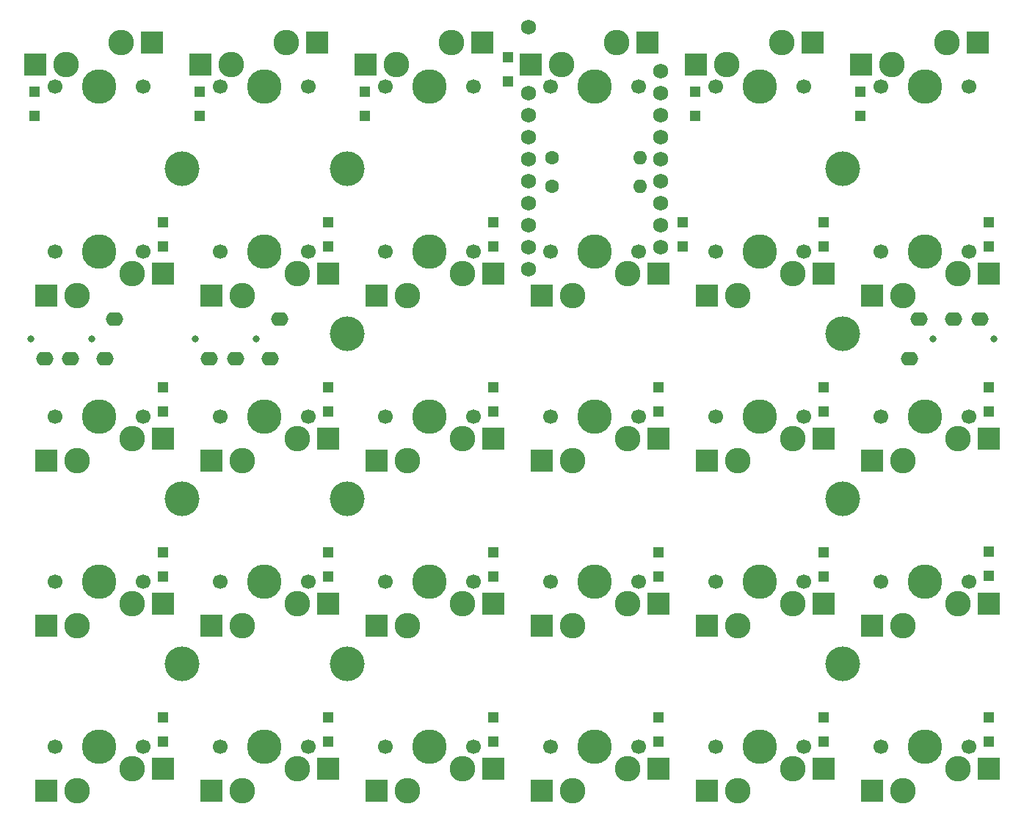
<source format=gbs>
%TF.GenerationSoftware,KiCad,Pcbnew,(5.1.10)-1*%
%TF.CreationDate,2022-04-05T14:22:13-05:00*%
%TF.ProjectId,graham cracker,67726168-616d-4206-9372-61636b65722e,rev?*%
%TF.SameCoordinates,Original*%
%TF.FileFunction,Soldermask,Bot*%
%TF.FilePolarity,Negative*%
%FSLAX46Y46*%
G04 Gerber Fmt 4.6, Leading zero omitted, Abs format (unit mm)*
G04 Created by KiCad (PCBNEW (5.1.10)-1) date 2022-04-05 14:22:13*
%MOMM*%
%LPD*%
G01*
G04 APERTURE LIST*
%ADD10R,1.200000X1.200000*%
%ADD11R,2.550000X2.500000*%
%ADD12C,3.980180*%
%ADD13C,2.950000*%
%ADD14C,1.700000*%
%ADD15O,2.000000X1.600000*%
%ADD16C,0.800000*%
%ADD17C,4.000000*%
%ADD18C,1.752600*%
%ADD19O,1.600000X1.600000*%
%ADD20C,1.600000*%
G04 APERTURE END LIST*
D10*
X145350000Y-55450000D03*
X145350000Y-52650000D03*
X164400000Y-55450000D03*
X164400000Y-52650000D03*
X179250000Y-124850000D03*
X179250000Y-127650000D03*
X160200000Y-124850000D03*
X160200000Y-127650000D03*
X141150000Y-124850000D03*
X141150000Y-127650000D03*
X122100000Y-124850000D03*
X122100000Y-127650000D03*
X103050000Y-124850000D03*
X103050000Y-127650000D03*
X84000000Y-124850000D03*
X84000000Y-127650000D03*
X179275000Y-105725000D03*
X179275000Y-108525000D03*
X160200000Y-105800000D03*
X160200000Y-108600000D03*
X141150000Y-105800000D03*
X141150000Y-108600000D03*
X122100000Y-105800000D03*
X122100000Y-108600000D03*
X103050000Y-105800000D03*
X103050000Y-108600000D03*
X84000000Y-105800000D03*
X84000000Y-108600000D03*
X179250000Y-86750000D03*
X179250000Y-89550000D03*
X160200000Y-86750000D03*
X160200000Y-89550000D03*
X141150000Y-86750000D03*
X141150000Y-89550000D03*
X122100000Y-86750000D03*
X122100000Y-89550000D03*
X103050000Y-86750000D03*
X103050000Y-89550000D03*
X84000000Y-86750000D03*
X84000000Y-89550000D03*
X179250000Y-67700000D03*
X179250000Y-70500000D03*
X160200000Y-67700000D03*
X160200000Y-70500000D03*
X143975000Y-67700000D03*
X143975000Y-70500000D03*
X122100000Y-67700000D03*
X122100000Y-70500000D03*
X103050000Y-67700000D03*
X103050000Y-70500000D03*
X84000000Y-67700000D03*
X84000000Y-70500000D03*
X123775000Y-51475000D03*
X123775000Y-48675000D03*
X107250000Y-55450000D03*
X107250000Y-52650000D03*
X88200000Y-55450000D03*
X88200000Y-52650000D03*
X69150000Y-55450000D03*
X69150000Y-52650000D03*
D11*
X84010000Y-73640000D03*
D12*
X76650000Y-71100000D03*
D13*
X74110000Y-76180000D03*
X80460000Y-73640000D03*
D11*
X70560000Y-76180000D03*
D14*
X71570000Y-71100000D03*
X81730000Y-71100000D03*
D15*
X92350000Y-83500000D03*
D16*
X87750000Y-81200000D03*
X94750000Y-81200000D03*
D15*
X89350000Y-83500000D03*
X96350000Y-83500000D03*
X97450000Y-78900000D03*
D17*
X86175000Y-61575000D03*
X86175000Y-118725000D03*
X105225000Y-61575000D03*
X86175000Y-99675000D03*
X162375000Y-118725000D03*
X162375000Y-99675000D03*
X105225000Y-118725000D03*
X105225000Y-99675000D03*
X162375000Y-61575000D03*
X105225000Y-80625000D03*
X162375000Y-80625000D03*
D15*
X73350000Y-83500000D03*
D16*
X68750000Y-81200000D03*
X75750000Y-81200000D03*
D15*
X70350000Y-83500000D03*
X77350000Y-83500000D03*
X78450000Y-78900000D03*
D11*
X145490000Y-49510000D03*
D12*
X152850000Y-52050000D03*
D13*
X155390000Y-46970000D03*
X149040000Y-49510000D03*
D11*
X158940000Y-46970000D03*
D14*
X157930000Y-52050000D03*
X147770000Y-52050000D03*
X166820000Y-52050000D03*
X176980000Y-52050000D03*
D11*
X177990000Y-46970000D03*
D13*
X168090000Y-49510000D03*
X174440000Y-46970000D03*
D12*
X171900000Y-52050000D03*
D11*
X164540000Y-49510000D03*
D18*
X141395000Y-50260000D03*
X141395000Y-52800000D03*
X141395000Y-55340000D03*
X141395000Y-57880000D03*
X141395000Y-60420000D03*
X141395000Y-62960000D03*
X141395000Y-65500000D03*
X141395000Y-68040000D03*
X141395000Y-70580000D03*
X126155000Y-73120000D03*
X126155000Y-70580000D03*
X126155000Y-68040000D03*
X126155000Y-65500000D03*
X126155000Y-62960000D03*
X126155000Y-60420000D03*
X126155000Y-57880000D03*
X126155000Y-55340000D03*
X126155000Y-52800000D03*
X126155000Y-45180000D03*
D19*
X139045000Y-60300000D03*
D20*
X128885000Y-60300000D03*
D19*
X139035000Y-63550000D03*
D20*
X128875000Y-63550000D03*
D15*
X175200000Y-78900000D03*
D16*
X179800000Y-81200000D03*
X172800000Y-81200000D03*
D15*
X178200000Y-78900000D03*
X171200000Y-78900000D03*
X170100000Y-83500000D03*
D11*
X179260000Y-111740000D03*
D12*
X171900000Y-109200000D03*
D13*
X169360000Y-114280000D03*
X175710000Y-111740000D03*
D11*
X165810000Y-114280000D03*
D14*
X166820000Y-109200000D03*
X176980000Y-109200000D03*
D11*
X84010000Y-111740000D03*
D12*
X76650000Y-109200000D03*
D13*
X74110000Y-114280000D03*
X80460000Y-111740000D03*
D11*
X70560000Y-114280000D03*
D14*
X71570000Y-109200000D03*
X81730000Y-109200000D03*
D11*
X179260000Y-130790000D03*
D12*
X171900000Y-128250000D03*
D13*
X169360000Y-133330000D03*
X175710000Y-130790000D03*
D11*
X165810000Y-133330000D03*
D14*
X166820000Y-128250000D03*
X176980000Y-128250000D03*
D11*
X160210000Y-130790000D03*
D12*
X152850000Y-128250000D03*
D13*
X150310000Y-133330000D03*
X156660000Y-130790000D03*
D11*
X146760000Y-133330000D03*
D14*
X147770000Y-128250000D03*
X157930000Y-128250000D03*
D11*
X141160000Y-130790000D03*
D12*
X133800000Y-128250000D03*
D13*
X131260000Y-133330000D03*
X137610000Y-130790000D03*
D11*
X127710000Y-133330000D03*
D14*
X128720000Y-128250000D03*
X138880000Y-128250000D03*
D11*
X122110000Y-130790000D03*
D12*
X114750000Y-128250000D03*
D13*
X112210000Y-133330000D03*
X118560000Y-130790000D03*
D11*
X108660000Y-133330000D03*
D14*
X109670000Y-128250000D03*
X119830000Y-128250000D03*
D11*
X103060000Y-130790000D03*
D12*
X95700000Y-128250000D03*
D13*
X93160000Y-133330000D03*
X99510000Y-130790000D03*
D11*
X89610000Y-133330000D03*
D14*
X90620000Y-128250000D03*
X100780000Y-128250000D03*
D11*
X84010000Y-130790000D03*
D12*
X76650000Y-128250000D03*
D13*
X74110000Y-133330000D03*
X80460000Y-130790000D03*
D11*
X70560000Y-133330000D03*
D14*
X71570000Y-128250000D03*
X81730000Y-128250000D03*
D11*
X160210000Y-111740000D03*
D12*
X152850000Y-109200000D03*
D13*
X150310000Y-114280000D03*
X156660000Y-111740000D03*
D11*
X146760000Y-114280000D03*
D14*
X147770000Y-109200000D03*
X157930000Y-109200000D03*
D11*
X141160000Y-111740000D03*
D12*
X133800000Y-109200000D03*
D13*
X131260000Y-114280000D03*
X137610000Y-111740000D03*
D11*
X127710000Y-114280000D03*
D14*
X128720000Y-109200000D03*
X138880000Y-109200000D03*
D11*
X122110000Y-111740000D03*
D12*
X114750000Y-109200000D03*
D13*
X112210000Y-114280000D03*
X118560000Y-111740000D03*
D11*
X108660000Y-114280000D03*
D14*
X109670000Y-109200000D03*
X119830000Y-109200000D03*
D11*
X103060000Y-111740000D03*
D12*
X95700000Y-109200000D03*
D13*
X93160000Y-114280000D03*
X99510000Y-111740000D03*
D11*
X89610000Y-114280000D03*
D14*
X90620000Y-109200000D03*
X100780000Y-109200000D03*
D11*
X179260000Y-92690000D03*
D12*
X171900000Y-90150000D03*
D13*
X169360000Y-95230000D03*
X175710000Y-92690000D03*
D11*
X165810000Y-95230000D03*
D14*
X166820000Y-90150000D03*
X176980000Y-90150000D03*
D11*
X160210000Y-92690000D03*
D12*
X152850000Y-90150000D03*
D13*
X150310000Y-95230000D03*
X156660000Y-92690000D03*
D11*
X146760000Y-95230000D03*
D14*
X147770000Y-90150000D03*
X157930000Y-90150000D03*
D11*
X141160000Y-92690000D03*
D12*
X133800000Y-90150000D03*
D13*
X131260000Y-95230000D03*
X137610000Y-92690000D03*
D11*
X127710000Y-95230000D03*
D14*
X128720000Y-90150000D03*
X138880000Y-90150000D03*
D11*
X122110000Y-92690000D03*
D12*
X114750000Y-90150000D03*
D13*
X112210000Y-95230000D03*
X118560000Y-92690000D03*
D11*
X108660000Y-95230000D03*
D14*
X109670000Y-90150000D03*
X119830000Y-90150000D03*
D11*
X103060000Y-92690000D03*
D12*
X95700000Y-90150000D03*
D13*
X93160000Y-95230000D03*
X99510000Y-92690000D03*
D11*
X89610000Y-95230000D03*
D14*
X90620000Y-90150000D03*
X100780000Y-90150000D03*
D11*
X84010000Y-92690000D03*
D12*
X76650000Y-90150000D03*
D13*
X74110000Y-95230000D03*
X80460000Y-92690000D03*
D11*
X70560000Y-95230000D03*
D14*
X71570000Y-90150000D03*
X81730000Y-90150000D03*
X176980000Y-71100000D03*
X166820000Y-71100000D03*
D11*
X165810000Y-76180000D03*
D13*
X175710000Y-73640000D03*
X169360000Y-76180000D03*
D12*
X171900000Y-71100000D03*
D11*
X179260000Y-73640000D03*
X160210000Y-73640000D03*
D12*
X152850000Y-71100000D03*
D13*
X150310000Y-76180000D03*
X156660000Y-73640000D03*
D11*
X146760000Y-76180000D03*
D14*
X147770000Y-71100000D03*
X157930000Y-71100000D03*
D11*
X141160000Y-73640000D03*
D12*
X133800000Y-71100000D03*
D13*
X131260000Y-76180000D03*
X137610000Y-73640000D03*
D11*
X127710000Y-76180000D03*
D14*
X128720000Y-71100000D03*
X138880000Y-71100000D03*
D11*
X122110000Y-73640000D03*
D12*
X114750000Y-71100000D03*
D13*
X112210000Y-76180000D03*
X118560000Y-73640000D03*
D11*
X108660000Y-76180000D03*
D14*
X109670000Y-71100000D03*
X119830000Y-71100000D03*
D11*
X103060000Y-73640000D03*
D12*
X95700000Y-71100000D03*
D13*
X93160000Y-76180000D03*
X99510000Y-73640000D03*
D11*
X89610000Y-76180000D03*
D14*
X90620000Y-71100000D03*
X100780000Y-71100000D03*
D11*
X126440000Y-49510000D03*
D12*
X133800000Y-52050000D03*
D13*
X136340000Y-46970000D03*
X129990000Y-49510000D03*
D11*
X139890000Y-46970000D03*
D14*
X138880000Y-52050000D03*
X128720000Y-52050000D03*
D11*
X107390000Y-49510000D03*
D12*
X114750000Y-52050000D03*
D13*
X117290000Y-46970000D03*
X110940000Y-49510000D03*
D11*
X120840000Y-46970000D03*
D14*
X119830000Y-52050000D03*
X109670000Y-52050000D03*
D11*
X88340000Y-49510000D03*
D12*
X95700000Y-52050000D03*
D13*
X98240000Y-46970000D03*
X91890000Y-49510000D03*
D11*
X101790000Y-46970000D03*
D14*
X100780000Y-52050000D03*
X90620000Y-52050000D03*
D11*
X69290000Y-49510000D03*
D12*
X76650000Y-52050000D03*
D13*
X79190000Y-46970000D03*
X72840000Y-49510000D03*
D11*
X82740000Y-46970000D03*
D14*
X81730000Y-52050000D03*
X71570000Y-52050000D03*
M02*

</source>
